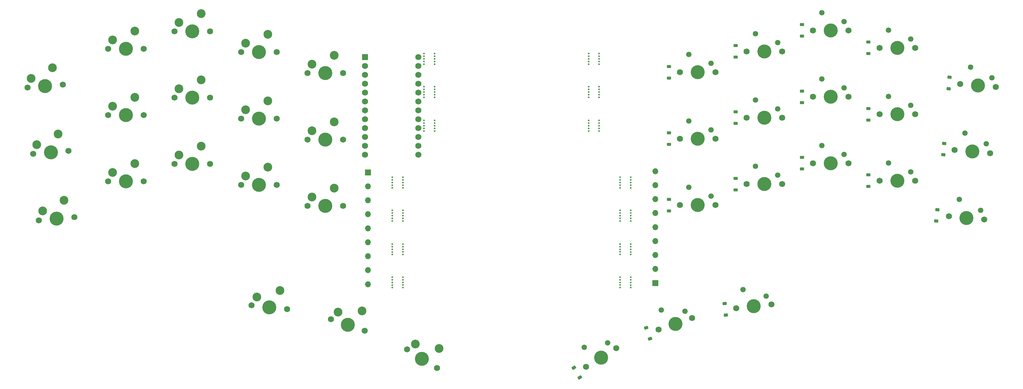
<source format=gbr>
%TF.GenerationSoftware,KiCad,Pcbnew,7.0.7*%
%TF.CreationDate,2023-09-26T18:04:07-06:00*%
%TF.ProjectId,keyboard,6b657962-6f61-4726-942e-6b696361645f,rev?*%
%TF.SameCoordinates,Original*%
%TF.FileFunction,Soldermask,Bot*%
%TF.FilePolarity,Negative*%
%FSLAX46Y46*%
G04 Gerber Fmt 4.6, Leading zero omitted, Abs format (unit mm)*
G04 Created by KiCad (PCBNEW 7.0.7) date 2023-09-26 18:04:07*
%MOMM*%
%LPD*%
G01*
G04 APERTURE LIST*
G04 Aperture macros list*
%AMRoundRect*
0 Rectangle with rounded corners*
0 $1 Rounding radius*
0 $2 $3 $4 $5 $6 $7 $8 $9 X,Y pos of 4 corners*
0 Add a 4 corners polygon primitive as box body*
4,1,4,$2,$3,$4,$5,$6,$7,$8,$9,$2,$3,0*
0 Add four circle primitives for the rounded corners*
1,1,$1+$1,$2,$3*
1,1,$1+$1,$4,$5*
1,1,$1+$1,$6,$7*
1,1,$1+$1,$8,$9*
0 Add four rect primitives between the rounded corners*
20,1,$1+$1,$2,$3,$4,$5,0*
20,1,$1+$1,$4,$5,$6,$7,0*
20,1,$1+$1,$6,$7,$8,$9,0*
20,1,$1+$1,$8,$9,$2,$3,0*%
G04 Aperture macros list end*
%ADD10C,0.500000*%
%ADD11C,2.500000*%
%ADD12C,1.750000*%
%ADD13C,4.000000*%
%ADD14O,1.700000X1.700000*%
%ADD15R,1.700000X1.700000*%
%ADD16C,1.752600*%
%ADD17R,1.752600X1.752600*%
%ADD18C,1.550000*%
%ADD19RoundRect,0.225000X0.375000X-0.225000X0.375000X0.225000X-0.375000X0.225000X-0.375000X-0.225000X0*%
%ADD20RoundRect,0.225000X0.396465X-0.184569X0.349427X0.262966X-0.396465X0.184569X-0.349427X-0.262966X0*%
%ADD21RoundRect,0.225000X0.353963X-0.256827X0.393183X0.191460X-0.353963X0.256827X-0.393183X-0.191460X0*%
%ADD22RoundRect,0.225000X0.427822X-0.090654X0.281317X0.334830X-0.427822X0.090654X-0.281317X-0.334830X0*%
%ADD23RoundRect,0.225000X0.437250X0.007909X0.198786X0.389531X-0.437250X-0.007909X-0.198786X-0.389531X0*%
G04 APERTURE END LIST*
D10*
%TO.C,mouse-bite-3mm-slot*%
X175074512Y-80138480D03*
X178074512Y-80138480D03*
X178074512Y-79388480D03*
X175074512Y-79376480D03*
X175074512Y-78626480D03*
X178074512Y-78626480D03*
X175074512Y-77876480D03*
X178074512Y-77876480D03*
X175074512Y-77102480D03*
X178074512Y-77102480D03*
%TD*%
D11*
%TO.C,S8*%
X64387381Y-65523631D03*
X58037381Y-68063631D03*
D12*
X66927381Y-70603631D03*
D13*
X61847381Y-70603631D03*
D12*
X56767381Y-70603631D03*
%TD*%
D11*
%TO.C,S11*%
X83387381Y-71523631D03*
X77037381Y-74063631D03*
D12*
X85927381Y-76603631D03*
D13*
X80847381Y-76603631D03*
D12*
X75767381Y-76603631D03*
%TD*%
D10*
%TO.C,mouse-bite-3mm-slot*%
X175075000Y-61012000D03*
X178075000Y-61012000D03*
X178075000Y-60262000D03*
X175075000Y-60250000D03*
X175075000Y-59500000D03*
X178075000Y-59500000D03*
X175075000Y-58750000D03*
X178075000Y-58750000D03*
X175075000Y-57976000D03*
X178075000Y-57976000D03*
%TD*%
D11*
%TO.C,S2*%
X23498753Y-80993134D03*
X17394293Y-84076908D03*
D12*
X26471839Y-85832428D03*
D13*
X21411170Y-86275179D03*
D12*
X16350501Y-86717930D03*
%TD*%
D11*
%TO.C,S5*%
X45387381Y-70523631D03*
X39037381Y-73063631D03*
D12*
X47927381Y-75603631D03*
D13*
X42847381Y-75603631D03*
D12*
X37767381Y-75603631D03*
%TD*%
D11*
%TO.C,S6*%
X45387381Y-89523631D03*
X39037381Y-92063631D03*
D12*
X47927381Y-94603631D03*
D13*
X42847381Y-94603631D03*
D12*
X37767381Y-94603631D03*
%TD*%
D10*
%TO.C,mouse-bite-3mm-slot*%
X184125000Y-105897520D03*
X187125000Y-105897520D03*
X187125000Y-105147520D03*
X184125000Y-105135520D03*
X184125000Y-104385520D03*
X187125000Y-104385520D03*
X184125000Y-103635520D03*
X187125000Y-103635520D03*
X184125000Y-102861520D03*
X187125000Y-102861520D03*
%TD*%
%TO.C,mouse-bite-3mm-slot*%
X184125000Y-96385520D03*
X187125000Y-96385520D03*
X187125000Y-95635520D03*
X184125000Y-95623520D03*
X184125000Y-94873520D03*
X187125000Y-94873520D03*
X184125000Y-94123520D03*
X187125000Y-94123520D03*
X184125000Y-93349520D03*
X187125000Y-93349520D03*
%TD*%
%TO.C,mouse-bite-3mm-slot*%
X184125488Y-125000000D03*
X187125488Y-125000000D03*
X187125488Y-124250000D03*
X184125488Y-124238000D03*
X184125488Y-123488000D03*
X187125488Y-123488000D03*
X184125488Y-122738000D03*
X187125488Y-122738000D03*
X184125488Y-121964000D03*
X187125488Y-121964000D03*
%TD*%
D11*
%TO.C,S1*%
X21861476Y-62023369D03*
X15757016Y-65107143D03*
D12*
X24834562Y-66862663D03*
D13*
X19773893Y-67305414D03*
D12*
X14713224Y-67748165D03*
%TD*%
D11*
%TO.C,S7*%
X64387381Y-46523631D03*
X58037381Y-49063631D03*
D12*
X66927381Y-51603631D03*
D13*
X61847381Y-51603631D03*
D12*
X56767381Y-51603631D03*
%TD*%
D11*
%TO.C,S16*%
X86899418Y-125805370D03*
X80318702Y-127667700D03*
D12*
X88894499Y-131123044D03*
D13*
X83842328Y-130592039D03*
D12*
X78790157Y-130061034D03*
%TD*%
D11*
%TO.C,S10*%
X83387381Y-52523631D03*
X77037381Y-55063631D03*
D12*
X85927381Y-57603631D03*
D13*
X80847381Y-57603631D03*
D12*
X75767381Y-57603631D03*
%TD*%
D11*
%TO.C,S18*%
X132322008Y-142372951D03*
X125590908Y-141162005D03*
D12*
X131784060Y-148027030D03*
D13*
X127475976Y-145335040D03*
D12*
X123167892Y-142643050D03*
%TD*%
D11*
%TO.C,S4*%
X45387381Y-51523631D03*
X39037381Y-54063631D03*
D12*
X47927381Y-56603631D03*
D13*
X42847381Y-56603631D03*
D12*
X37767381Y-56603631D03*
%TD*%
D11*
%TO.C,S17*%
X110316455Y-131664894D03*
X103485469Y-131999153D03*
D12*
X111064186Y-137295071D03*
D13*
X106260952Y-135641185D03*
D12*
X101457718Y-133987299D03*
%TD*%
D14*
%TO.C,J1*%
X112000000Y-124000000D03*
X112000000Y-120000000D03*
X112000000Y-116000000D03*
X112000000Y-112000000D03*
X112000000Y-108000000D03*
X112000000Y-104000000D03*
X112000000Y-100000000D03*
X112000000Y-96000000D03*
D15*
X112000000Y-92000000D03*
%TD*%
D11*
%TO.C,S3*%
X25147384Y-99981674D03*
X19042924Y-103065448D03*
D12*
X28120470Y-104820968D03*
D13*
X23059801Y-105263719D03*
D12*
X17999132Y-105706470D03*
%TD*%
D11*
%TO.C,S14*%
X102387381Y-77523631D03*
X96037381Y-80063631D03*
D12*
X104927381Y-82603631D03*
D13*
X99847381Y-82603631D03*
D12*
X94767381Y-82603631D03*
%TD*%
D10*
%TO.C,mouse-bite-3mm-slot*%
X184125488Y-115512000D03*
X187125488Y-115512000D03*
X187125488Y-114762000D03*
X184125488Y-114750000D03*
X184125488Y-114000000D03*
X187125488Y-114000000D03*
X184125488Y-113250000D03*
X187125488Y-113250000D03*
X184125488Y-112476000D03*
X187125488Y-112476000D03*
%TD*%
D16*
%TO.C,U2*%
X126420000Y-59030000D03*
X126420000Y-61570000D03*
X126420000Y-64110000D03*
X126420000Y-66650000D03*
X126420000Y-69190000D03*
X126420000Y-71730000D03*
X126420000Y-74270000D03*
X126420000Y-76810000D03*
X126420000Y-79350000D03*
X126420000Y-81890000D03*
X126420000Y-84430000D03*
X126420000Y-86970000D03*
X111180000Y-86970000D03*
X111180000Y-84430000D03*
X111180000Y-81890000D03*
X111180000Y-79350000D03*
X111180000Y-76810000D03*
X111180000Y-74270000D03*
X111180000Y-71730000D03*
X111180000Y-69190000D03*
X111180000Y-66650000D03*
X111180000Y-64110000D03*
X111180000Y-61570000D03*
D17*
X111180000Y-59030000D03*
%TD*%
D11*
%TO.C,S13*%
X102387381Y-58523631D03*
X96037381Y-61063631D03*
D12*
X104927381Y-63603631D03*
D13*
X99847381Y-63603631D03*
D12*
X94767381Y-63603631D03*
%TD*%
D10*
%TO.C,mouse-bite-3mm-slot*%
X175075000Y-70524000D03*
X178075000Y-70524000D03*
X178075000Y-69774000D03*
X175075000Y-69762000D03*
X175075000Y-69012000D03*
X178075000Y-69012000D03*
X175075000Y-68262000D03*
X178075000Y-68262000D03*
X175075000Y-67488000D03*
X178075000Y-67488000D03*
%TD*%
D11*
%TO.C,S12*%
X83387381Y-90523631D03*
X77037381Y-93063631D03*
D12*
X85927381Y-95603631D03*
D13*
X80847381Y-95603631D03*
D12*
X75767381Y-95603631D03*
%TD*%
D11*
%TO.C,S9*%
X64387381Y-84523631D03*
X58037381Y-87063631D03*
D12*
X66927381Y-89603631D03*
D13*
X61847381Y-89603631D03*
D12*
X56767381Y-89603631D03*
%TD*%
D11*
%TO.C,S15*%
X102387381Y-96523631D03*
X96037381Y-99063631D03*
D12*
X104927381Y-101603631D03*
D13*
X99847381Y-101603631D03*
D12*
X94767381Y-101603631D03*
%TD*%
%TO.C,S31*%
X268384012Y-94364039D03*
D18*
X267114012Y-91824039D03*
D13*
X263304012Y-94364039D03*
D18*
X260764012Y-89284039D03*
D12*
X258224012Y-94364039D03*
%TD*%
%TO.C,S22*%
X230384012Y-57364039D03*
D18*
X229114012Y-54824039D03*
D13*
X225304012Y-57364039D03*
D18*
X222764012Y-52284039D03*
D12*
X220224012Y-57364039D03*
%TD*%
%TO.C,S25*%
X249384012Y-51364039D03*
D18*
X248114012Y-48824039D03*
D13*
X244304012Y-51364039D03*
D18*
X241764012Y-46284039D03*
D12*
X239224012Y-51364039D03*
%TD*%
D19*
%TO.C,D19*%
X198071275Y-65010408D03*
X198071275Y-61710408D03*
%TD*%
D10*
%TO.C,mouse-bite-3mm-slot*%
X131049024Y-67500000D03*
X128049024Y-67500000D03*
X131049024Y-68274000D03*
X128049024Y-68274000D03*
X131049024Y-69024000D03*
X128049024Y-69024000D03*
X131049024Y-69774000D03*
X128049024Y-69786000D03*
X131049024Y-70536000D03*
X128049024Y-70536000D03*
%TD*%
D12*
%TO.C,S28*%
X182956132Y-142308010D03*
D18*
X180533116Y-140826965D03*
D13*
X178648048Y-145000000D03*
D18*
X173802016Y-142037911D03*
D12*
X174339964Y-147691990D03*
%TD*%
%TO.C,S34*%
X289800207Y-86494036D03*
D18*
X288756415Y-83853014D03*
D13*
X284739538Y-86051285D03*
D18*
X282651955Y-80769240D03*
D12*
X279678869Y-85608534D03*
%TD*%
D19*
%TO.C,D23*%
X217071275Y-97014039D03*
X217071275Y-93714039D03*
%TD*%
%TO.C,D28*%
X255071275Y-58010408D03*
X255071275Y-54710408D03*
%TD*%
%TO.C,D20*%
X198071275Y-84010408D03*
X198071275Y-80710408D03*
%TD*%
D12*
%TO.C,S23*%
X230384012Y-76364039D03*
D18*
X229114012Y-73824039D03*
D13*
X225304012Y-76364039D03*
D18*
X222764012Y-71284039D03*
D12*
X220224012Y-76364039D03*
%TD*%
%TO.C,S30*%
X268384012Y-75364039D03*
D18*
X267114012Y-72824039D03*
D13*
X263304012Y-75364039D03*
D18*
X260764012Y-70284039D03*
D12*
X258224012Y-75364039D03*
%TD*%
D19*
%TO.C,D29*%
X255071275Y-77010408D03*
X255071275Y-73710408D03*
%TD*%
%TO.C,D36*%
X198071275Y-103010408D03*
X198071275Y-99710408D03*
%TD*%
D12*
%TO.C,S19*%
X211384012Y-63364039D03*
D18*
X210114012Y-60824039D03*
D13*
X206304012Y-63364039D03*
D18*
X203764012Y-58284039D03*
D12*
X201224012Y-63364039D03*
%TD*%
D20*
%TO.C,D35*%
X214290098Y-132835432D03*
X213945154Y-129553510D03*
%TD*%
D21*
%TO.C,D34*%
X274448175Y-105939987D03*
X274735789Y-102652545D03*
%TD*%
%TO.C,D32*%
X277938105Y-68055093D03*
X278225719Y-64767651D03*
%TD*%
D22*
%TO.C,D31*%
X192597486Y-139595814D03*
X191523112Y-136475602D03*
%TD*%
D19*
%TO.C,D22*%
X217071275Y-78010408D03*
X217071275Y-74710408D03*
%TD*%
D12*
%TO.C,S26*%
X249384012Y-70364039D03*
D18*
X248114012Y-67824039D03*
D13*
X244304012Y-70364039D03*
D18*
X241764012Y-65284039D03*
D12*
X239224012Y-70364039D03*
%TD*%
D10*
%TO.C,mouse-bite-3mm-slot*%
X121999512Y-112476000D03*
X118999512Y-112476000D03*
X121999512Y-113250000D03*
X118999512Y-113250000D03*
X121999512Y-114000000D03*
X118999512Y-114000000D03*
X121999512Y-114750000D03*
X118999512Y-114762000D03*
X121999512Y-115512000D03*
X118999512Y-115512000D03*
%TD*%
%TO.C,mouse-bite-3mm-slot*%
X131048536Y-77114480D03*
X128048536Y-77114480D03*
X131048536Y-77888480D03*
X128048536Y-77888480D03*
X131048536Y-78638480D03*
X128048536Y-78638480D03*
X131048536Y-79388480D03*
X128048536Y-79400480D03*
X131048536Y-80150480D03*
X128048536Y-80150480D03*
%TD*%
D12*
%TO.C,S21*%
X211384012Y-101364039D03*
D18*
X210114012Y-98824039D03*
D13*
X206304012Y-101364039D03*
D18*
X203764012Y-96284039D03*
D12*
X201224012Y-101364039D03*
%TD*%
%TO.C,S32*%
X204683862Y-133689067D03*
D18*
X202656111Y-131700921D03*
D13*
X199880628Y-135342953D03*
D18*
X195825125Y-131366662D03*
D12*
X195077394Y-136996839D03*
%TD*%
D21*
%TO.C,D33*%
X276444511Y-86981867D03*
X276732125Y-83694425D03*
%TD*%
D19*
%TO.C,D21*%
X217071275Y-59014039D03*
X217071275Y-55714039D03*
%TD*%
D15*
%TO.C,J2*%
X194124024Y-123664960D03*
D14*
X194124024Y-119664960D03*
X194124024Y-115664960D03*
X194124024Y-111664960D03*
X194124024Y-107664960D03*
X194124024Y-103664960D03*
X194124024Y-99664960D03*
X194124024Y-95664960D03*
X194124024Y-91664960D03*
%TD*%
D12*
%TO.C,S27*%
X249384012Y-89364039D03*
D18*
X248114012Y-86824039D03*
D13*
X244304012Y-89364039D03*
D18*
X241764012Y-84284039D03*
D12*
X239224012Y-89364039D03*
%TD*%
D19*
%TO.C,D25*%
X236071275Y-72014039D03*
X236071275Y-68714039D03*
%TD*%
D12*
%TO.C,S35*%
X288151576Y-105482576D03*
D18*
X287107784Y-102841554D03*
D13*
X283090907Y-105039825D03*
D18*
X281003324Y-99757780D03*
D12*
X278030238Y-104597074D03*
%TD*%
D10*
%TO.C,mouse-bite-3mm-slot*%
X131049024Y-57988000D03*
X128049024Y-57988000D03*
X131049024Y-58762000D03*
X128049024Y-58762000D03*
X131049024Y-59512000D03*
X128049024Y-59512000D03*
X131049024Y-60262000D03*
X128049024Y-60274000D03*
X131049024Y-61024000D03*
X128049024Y-61024000D03*
%TD*%
D12*
%TO.C,S20*%
X211384012Y-82364039D03*
D18*
X210114012Y-79824039D03*
D13*
X206304012Y-82364039D03*
D18*
X203764012Y-77284039D03*
D12*
X201224012Y-82364039D03*
%TD*%
%TO.C,S29*%
X268384012Y-56364039D03*
D18*
X267114012Y-53824039D03*
D13*
X263304012Y-56364039D03*
D18*
X260764012Y-51284039D03*
D12*
X258224012Y-56364039D03*
%TD*%
D10*
%TO.C,mouse-bite-3mm-slot*%
X121999512Y-121964000D03*
X118999512Y-121964000D03*
X121999512Y-122738000D03*
X118999512Y-122738000D03*
X121999512Y-123488000D03*
X118999512Y-123488000D03*
X121999512Y-124238000D03*
X118999512Y-124250000D03*
X121999512Y-125000000D03*
X118999512Y-125000000D03*
%TD*%
D12*
%TO.C,S33*%
X291417198Y-67578058D03*
D18*
X290373406Y-64937036D03*
D13*
X286356529Y-67135307D03*
D18*
X284268946Y-61853262D03*
D12*
X281295860Y-66692556D03*
%TD*%
D23*
%TO.C,D27*%
X170836547Y-147935523D03*
X172585281Y-150734081D03*
%TD*%
D12*
%TO.C,S36*%
X227360249Y-129802614D03*
D18*
X225831704Y-127409280D03*
D13*
X222308078Y-130333619D03*
D18*
X219250988Y-125546950D03*
D12*
X217255907Y-130864624D03*
%TD*%
D10*
%TO.C,mouse-bite-3mm-slot*%
X122000000Y-93349520D03*
X119000000Y-93349520D03*
X122000000Y-94123520D03*
X119000000Y-94123520D03*
X122000000Y-94873520D03*
X119000000Y-94873520D03*
X122000000Y-95623520D03*
X119000000Y-95635520D03*
X122000000Y-96385520D03*
X119000000Y-96385520D03*
%TD*%
%TO.C,mouse-bite-3mm-slot*%
X122000000Y-102861520D03*
X119000000Y-102861520D03*
X122000000Y-103635520D03*
X119000000Y-103635520D03*
X122000000Y-104385520D03*
X119000000Y-104385520D03*
X122000000Y-105135520D03*
X119000000Y-105147520D03*
X122000000Y-105897520D03*
X119000000Y-105897520D03*
%TD*%
D19*
%TO.C,D24*%
X236071275Y-53014039D03*
X236071275Y-49714039D03*
%TD*%
%TO.C,D26*%
X236071275Y-91014039D03*
X236071275Y-87714039D03*
%TD*%
D12*
%TO.C,S24*%
X230384012Y-95364039D03*
D18*
X229114012Y-92824039D03*
D13*
X225304012Y-95364039D03*
D18*
X222764012Y-90284039D03*
D12*
X220224012Y-95364039D03*
%TD*%
D19*
%TO.C,D30*%
X255071275Y-96014039D03*
X255071275Y-92714039D03*
%TD*%
M02*

</source>
